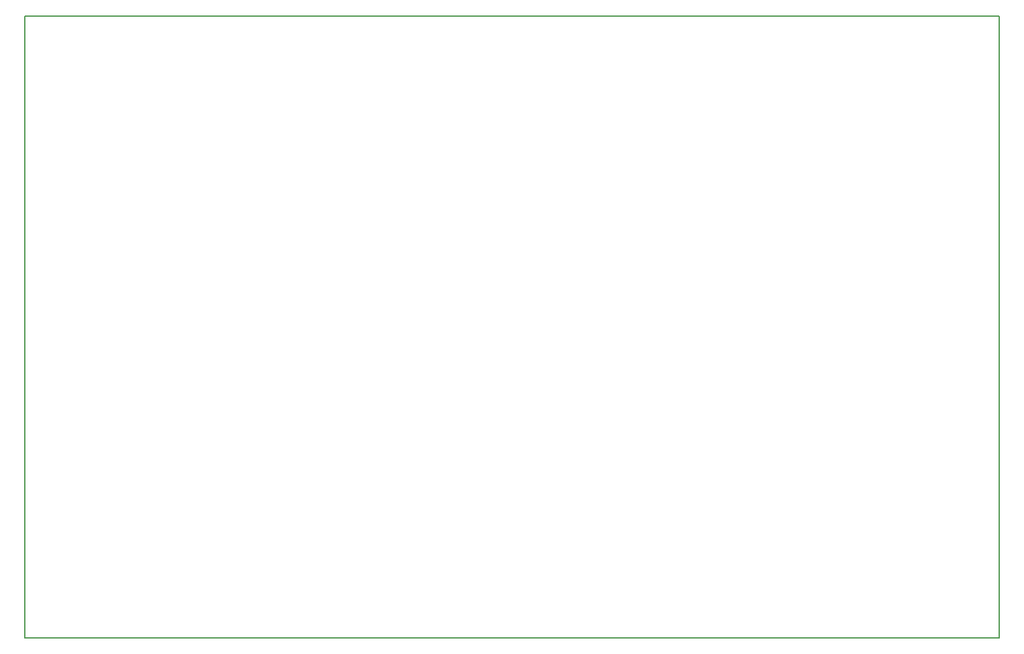
<source format=gbr>
G04 #@! TF.FileFunction,Profile,NP*
%FSLAX46Y46*%
G04 Gerber Fmt 4.6, Leading zero omitted, Abs format (unit mm)*
G04 Created by KiCad (PCBNEW 4.0.7) date 06/20/18 14:00:11*
%MOMM*%
%LPD*%
G01*
G04 APERTURE LIST*
%ADD10C,0.100000*%
%ADD11C,0.150000*%
G04 APERTURE END LIST*
D10*
D11*
X27004500Y-33996500D02*
X27000500Y-119000860D01*
X160007600Y-34002300D02*
X159999980Y-119000860D01*
X27000000Y-119000000D02*
X160000000Y-119000000D01*
X160000000Y-34000000D02*
X27000000Y-34000000D01*
M02*

</source>
